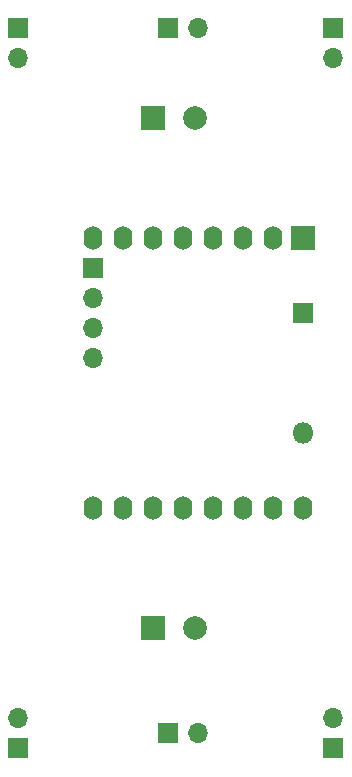
<source format=gbr>
%TF.GenerationSoftware,KiCad,Pcbnew,5.1.7-a382d34a8~88~ubuntu18.04.1*%
%TF.CreationDate,2021-04-15T09:54:53+03:00*%
%TF.ProjectId,quadimodo_pcb,71756164-696d-46f6-946f-5f7063622e6b,rev?*%
%TF.SameCoordinates,Original*%
%TF.FileFunction,Soldermask,Bot*%
%TF.FilePolarity,Negative*%
%FSLAX46Y46*%
G04 Gerber Fmt 4.6, Leading zero omitted, Abs format (unit mm)*
G04 Created by KiCad (PCBNEW 5.1.7-a382d34a8~88~ubuntu18.04.1) date 2021-04-15 09:54:53*
%MOMM*%
%LPD*%
G01*
G04 APERTURE LIST*
%ADD10O,1.700000X1.700000*%
%ADD11R,1.700000X1.700000*%
%ADD12O,1.600000X2.000000*%
%ADD13R,2.000000X2.000000*%
%ADD14C,2.000000*%
%ADD15O,1.800000X1.800000*%
%ADD16R,1.800000X1.800000*%
G04 APERTURE END LIST*
D10*
%TO.C,J7*%
X44450000Y-29210000D03*
D11*
X41910000Y-29210000D03*
%TD*%
D12*
%TO.C,U1*%
X53340000Y-69850000D03*
X50800000Y-69850000D03*
X48260000Y-69850000D03*
X45720000Y-69850000D03*
X43180000Y-69850000D03*
X40640000Y-69850000D03*
X38100000Y-69850000D03*
X35560000Y-69850000D03*
X35560000Y-46990000D03*
X38100000Y-46990000D03*
X40640000Y-46990000D03*
X43180000Y-46990000D03*
X45720000Y-46990000D03*
X48260000Y-46990000D03*
D13*
X53340000Y-46990000D03*
D12*
X50800000Y-46990000D03*
%TD*%
D14*
%TO.C,C1*%
X44140000Y-36830000D03*
D13*
X40640000Y-36830000D03*
%TD*%
D10*
%TO.C,J6*%
X29210000Y-31750000D03*
D11*
X29210000Y-29210000D03*
%TD*%
D10*
%TO.C,J5*%
X29210000Y-87630000D03*
D11*
X29210000Y-90170000D03*
%TD*%
D10*
%TO.C,J4*%
X55880000Y-31750000D03*
D11*
X55880000Y-29210000D03*
%TD*%
D10*
%TO.C,J3*%
X55880000Y-87630000D03*
D11*
X55880000Y-90170000D03*
%TD*%
D10*
%TO.C,J2*%
X35560000Y-57150000D03*
X35560000Y-54610000D03*
X35560000Y-52070000D03*
D11*
X35560000Y-49530000D03*
%TD*%
D10*
%TO.C,J1*%
X44450000Y-88900000D03*
D11*
X41910000Y-88900000D03*
%TD*%
D15*
%TO.C,D1*%
X53340000Y-63500000D03*
D16*
X53340000Y-53340000D03*
%TD*%
D14*
%TO.C,C3*%
X44140000Y-80010000D03*
D13*
X40640000Y-80010000D03*
%TD*%
M02*

</source>
